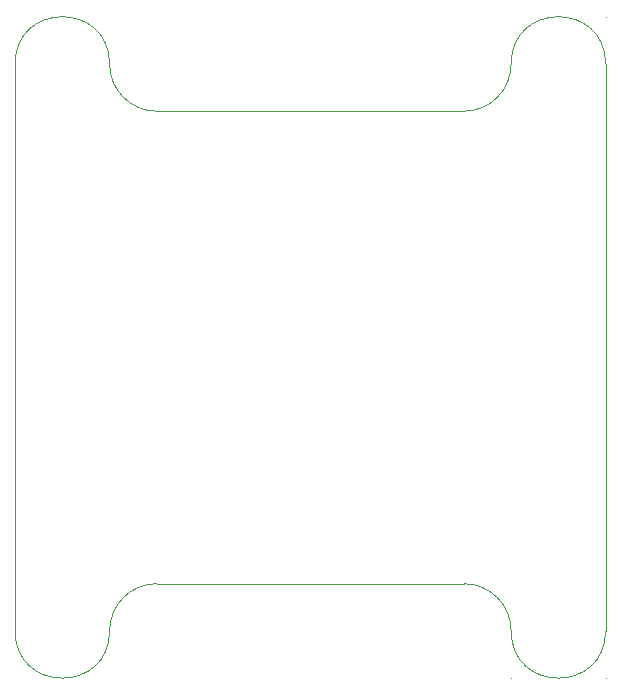
<source format=gm1>
%TF.GenerationSoftware,KiCad,Pcbnew,9.0.0*%
%TF.CreationDate,2025-03-30T18:56:19-05:00*%
%TF.ProjectId,radar-synth,72616461-722d-4737-996e-74682e6b6963,rev?*%
%TF.SameCoordinates,Original*%
%TF.FileFunction,Profile,NP*%
%FSLAX45Y45*%
G04 Gerber Fmt 4.5, Leading zero omitted, Abs format (unit mm)*
G04 Created by KiCad (PCBNEW 9.0.0) date 2025-03-30 18:56:19*
%MOMM*%
%LPD*%
G01*
G04 APERTURE LIST*
%TA.AperFunction,Profile*%
%ADD10C,0.050000*%
%TD*%
G04 APERTURE END LIST*
D10*
X13500000Y-9900000D02*
X13500000Y-5900000D01*
X13500000Y-5900000D02*
X13500000Y-5500000D01*
X18500000Y-5100000D02*
X18500000Y-5100000D01*
X17700000Y-5500000D02*
G75*
G02*
X17300000Y-5900000I-400000J0D01*
G01*
X17700000Y-5500000D02*
G75*
G02*
X18500000Y-5500000I400000J0D01*
G01*
X14700000Y-5900000D02*
G75*
G02*
X14300000Y-5500000I0J400000D01*
G01*
X18500000Y-9900000D02*
X18500000Y-10300000D01*
X17700000Y-10700000D02*
X17700000Y-10700000D01*
X18500000Y-10700000D02*
X18500000Y-10700000D01*
X14300000Y-10300000D02*
G75*
G02*
X14700000Y-9900000I400000J0D01*
G01*
X18500000Y-5900000D02*
X18500000Y-5500000D01*
X14700000Y-5900000D02*
X17300000Y-5900000D01*
X13500000Y-5500000D02*
G75*
G02*
X14300000Y-5500000I400000J0D01*
G01*
X14700000Y-9900000D02*
X17300000Y-9900000D01*
X18500000Y-5900000D02*
X18500000Y-9900000D01*
X17300000Y-9900000D02*
G75*
G02*
X17700000Y-10300000I0J-400000D01*
G01*
X18500000Y-10300000D02*
G75*
G02*
X17700000Y-10300000I-400000J0D01*
G01*
X14300000Y-10300000D02*
G75*
G02*
X13500000Y-10300000I-400000J0D01*
G01*
X13500000Y-9900000D02*
X13500000Y-10300000D01*
X16900000Y-5900000D02*
X16900000Y-5900000D01*
M02*

</source>
